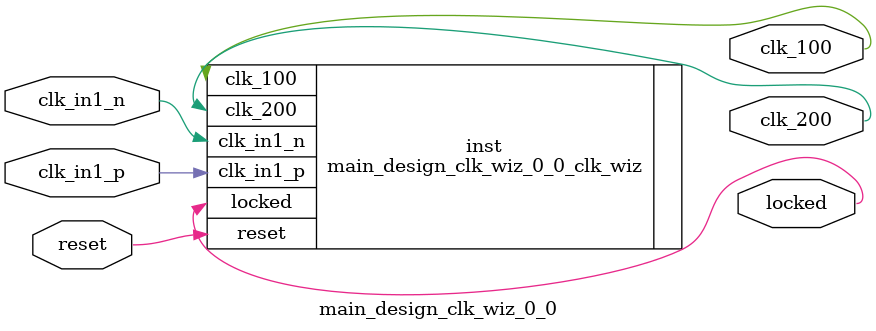
<source format=v>


`timescale 1ps/1ps

(* CORE_GENERATION_INFO = "main_design_clk_wiz_0_0,clk_wiz_v6_0_11_0_0,{component_name=main_design_clk_wiz_0_0,use_phase_alignment=true,use_min_o_jitter=false,use_max_i_jitter=false,use_dyn_phase_shift=false,use_inclk_switchover=false,use_dyn_reconfig=false,enable_axi=0,feedback_source=FDBK_AUTO,PRIMITIVE=MMCM,num_out_clk=2,clkin1_period=5.000,clkin2_period=10.0,use_power_down=false,use_reset=true,use_locked=true,use_inclk_stopped=false,feedback_type=SINGLE,CLOCK_MGR_TYPE=NA,manual_override=false}" *)

module main_design_clk_wiz_0_0 
 (
  // Clock out ports
  output        clk_200,
  output        clk_100,
  // Status and control signals
  input         reset,
  output        locked,
 // Clock in ports
  input         clk_in1_p,
  input         clk_in1_n
 );

  main_design_clk_wiz_0_0_clk_wiz inst
  (
  // Clock out ports  
  .clk_200(clk_200),
  .clk_100(clk_100),
  // Status and control signals               
  .reset(reset), 
  .locked(locked),
 // Clock in ports
  .clk_in1_p(clk_in1_p),
  .clk_in1_n(clk_in1_n)
  );

endmodule

</source>
